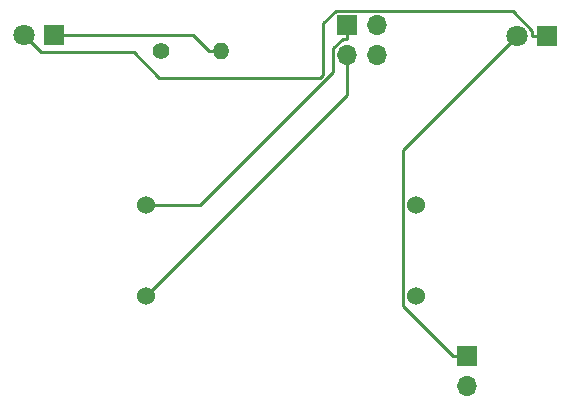
<source format=gbr>
%TF.GenerationSoftware,KiCad,Pcbnew,(6.0.7-1)-1*%
%TF.CreationDate,2023-10-30T20:01:34+10:00*%
%TF.ProjectId,GAUGE_Analog Instruments-12v,47415547-455f-4416-9e61-6c6f6720496e,rev?*%
%TF.SameCoordinates,Original*%
%TF.FileFunction,Copper,L1,Top*%
%TF.FilePolarity,Positive*%
%FSLAX46Y46*%
G04 Gerber Fmt 4.6, Leading zero omitted, Abs format (unit mm)*
G04 Created by KiCad (PCBNEW (6.0.7-1)-1) date 2023-10-30 20:01:34*
%MOMM*%
%LPD*%
G01*
G04 APERTURE LIST*
%TA.AperFunction,ComponentPad*%
%ADD10C,1.524000*%
%TD*%
%TA.AperFunction,ComponentPad*%
%ADD11R,1.700000X1.700000*%
%TD*%
%TA.AperFunction,ComponentPad*%
%ADD12O,1.700000X1.700000*%
%TD*%
%TA.AperFunction,ComponentPad*%
%ADD13C,1.400000*%
%TD*%
%TA.AperFunction,ComponentPad*%
%ADD14O,1.400000X1.400000*%
%TD*%
%TA.AperFunction,ComponentPad*%
%ADD15R,1.800000X1.800000*%
%TD*%
%TA.AperFunction,ComponentPad*%
%ADD16C,1.800000*%
%TD*%
%TA.AperFunction,Conductor*%
%ADD17C,0.250000*%
%TD*%
G04 APERTURE END LIST*
D10*
%TO.P,M1,1*%
%TO.N,/COIL1*%
X168512800Y-93018000D03*
%TO.P,M1,2,-*%
%TO.N,/COIL2*%
X168512800Y-100718000D03*
%TO.P,M1,3*%
%TO.N,/COIL3*%
X191362800Y-100718000D03*
%TO.P,M1,4*%
%TO.N,/COIL4*%
X191362800Y-93018000D03*
%TD*%
D11*
%TO.P,J2,1,Pin_1*%
%TO.N,/COIL1*%
X185530500Y-77717600D03*
D12*
%TO.P,J2,2,Pin_2*%
%TO.N,/COIL4*%
X188070500Y-77717600D03*
%TO.P,J2,3,Pin_3*%
%TO.N,/COIL2*%
X185530500Y-80257600D03*
%TO.P,J2,4,Pin_4*%
%TO.N,/COIL3*%
X188070500Y-80257600D03*
%TD*%
D11*
%TO.P,J1,1,Pin_1*%
%TO.N,/LED+12V*%
X195690500Y-105789600D03*
D12*
%TO.P,J1,2,Pin_2*%
%TO.N,/LED-12V*%
X195690500Y-108329600D03*
%TD*%
D13*
%TO.P,R1,1*%
%TO.N,/LED-12V*%
X169775500Y-79934600D03*
D14*
%TO.P,R1,2*%
%TO.N,Net-(D1-Pad1)*%
X174855500Y-79934600D03*
%TD*%
D15*
%TO.P,D1,1,K*%
%TO.N,Net-(D1-Pad1)*%
X160715500Y-78584600D03*
D16*
%TO.P,D1,2,A*%
%TO.N,Net-(D1-Pad2)*%
X158175500Y-78584600D03*
%TD*%
D15*
%TO.P,D2,1,K*%
%TO.N,Net-(D1-Pad2)*%
X202426500Y-78684600D03*
D16*
%TO.P,D2,2,A*%
%TO.N,/LED+12V*%
X199886500Y-78684600D03*
%TD*%
D17*
%TO.N,Net-(D1-Pad1)*%
X172480200Y-78584600D02*
X173830200Y-79934600D01*
X160715500Y-78584600D02*
X172480200Y-78584600D01*
X174855500Y-79934600D02*
X173830200Y-79934600D01*
%TO.N,/LED+12V*%
X190230900Y-101505300D02*
X194515200Y-105789600D01*
X190230900Y-88340200D02*
X190230900Y-101505300D01*
X199886500Y-78684600D02*
X190230900Y-88340200D01*
X195690500Y-105789600D02*
X194515200Y-105789600D01*
%TO.N,Net-(D1-Pad2)*%
X159625500Y-80034600D02*
X158175500Y-78584600D01*
X167435500Y-80034600D02*
X159625500Y-80034600D01*
X169623000Y-82222100D02*
X167435500Y-80034600D01*
X183244200Y-82222100D02*
X169623000Y-82222100D01*
X183478900Y-81987400D02*
X183244200Y-82222100D01*
X183478900Y-77609000D02*
X183478900Y-81987400D01*
X184545700Y-76542200D02*
X183478900Y-77609000D01*
X199518300Y-76542200D02*
X184545700Y-76542200D01*
X201201200Y-78225100D02*
X199518300Y-76542200D01*
X201201200Y-78684600D02*
X201201200Y-78225100D01*
X202426500Y-78684600D02*
X201201200Y-78684600D01*
%TO.N,/COIL1*%
X185530500Y-77717600D02*
X185530500Y-78892900D01*
X185163100Y-78892900D02*
X185530500Y-78892900D01*
X184355200Y-79700800D02*
X185163100Y-78892900D01*
X184355200Y-81748000D02*
X184355200Y-79700800D01*
X173085200Y-93018000D02*
X184355200Y-81748000D01*
X168512800Y-93018000D02*
X173085200Y-93018000D01*
%TO.N,/COIL2*%
X185530500Y-83700300D02*
X168512800Y-100718000D01*
X185530500Y-80257600D02*
X185530500Y-83700300D01*
%TD*%
M02*

</source>
